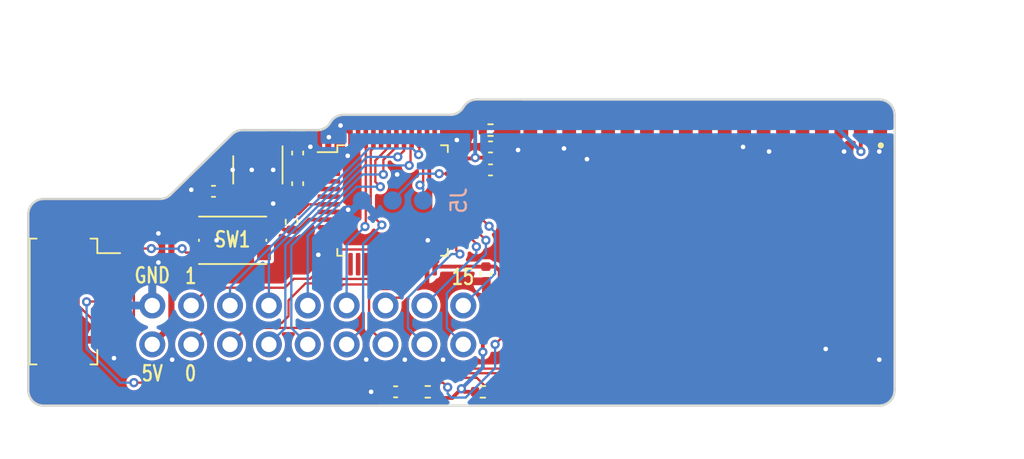
<source format=kicad_pcb>
(kicad_pcb (version 20241229) (generator "pcbnew") (generator_version "9.0")
  (layers (0 "F.Cu" signal) (2 "B.Cu" signal) (13 "F.Paste" user) (15 "B.Paste" user) (5 "F.SilkS" user "F.Silkscreen") (7 "B.SilkS" user "B.Silkscreen") (1 "F.Mask" user) (3 "B.Mask" user) (25 "Edge.Cuts" user))
  (net 0 "")
  (net 1 "Net-(U3-NRST)")
  (net 2 "Net-(U3-BOOT0)")
  (net 28 "GND")
  (net 29 "3V3")
  (net 30 "ESPEN")
  (net 31 "ESPRST")
  (net 32 "ESPRX")
  (net 35 "ESPTX")
  (net 36 "STMTX")
  (net 37 "STMRX")
  (net 38 "SWDIO")
  (net 39 "SWDCLK")
  (net 43 "5V")
  (net 52 "P0")
  (net 53 "P1")
  (net 54 "P2")
  (net 55 "P3")
  (net 56 "P4")
  (net 57 "P5")
  (net 58 "P6")
  (net 59 "P7")
  (net 60 "P8")
  (net 61 "P9")
  (net 62 "P10")
  (net 63 "P11")
  (net 64 "P12")
  (net 65 "P13")
  (net 66 "P14")
  (net 67 "P15")
  (footprint "Capacitor_SMD:C_0402_1005Metric" (layer "F.Cu") (at -37.5 -3)
    (property "Reference" "C2" (hide yes))
    (property "Value" "1uF")
  )
  (footprint "Capacitor_SMD:C_0402_1005Metric" (layer "F.Cu") (at -32 -3.5 -90)
    (property "Reference" "C3" (hide yes))
    (property "Value" "1uF")
  )
  (footprint "Capacitor_SMD:C_0402_1005Metric" (layer "F.Cu") (at -19.7 2.4 -90)
    (property "Reference" "C5" (hide yes))
    (property "Value" "100nF")
  )
  (footprint "Capacitor_SMD:C_0402_1005Metric" (layer "F.Cu") (at -32 -5.5 90)
    (property "Reference" "C8" (hide yes))
    (property "Value" "100nF")
  )
  (footprint "Resistor_SMD:R_0402_1005Metric" (layer "F.Cu") (at -23.5 10.1 180)
    (property "Reference" "R5" (hide yes))
    (property "Value" "10k")
  )
  (footprint "Resistor_SMD:R_0402_1005Metric" (layer "F.Cu") (at -32.4 -1 -90)
    (property "Reference" "R6" (hide yes))
    (property "Value" "10k")
  )
  (footprint "Resistor_SMD:R_0402_1005Metric" (layer "F.Cu") (at -19.9 10.1)
    (property "Reference" "R11" (hide yes))
    (property "Value" "10k")
  )
  (footprint "Package_TO_SOT_SMD:SOT-23-5" (layer "F.Cu") (at -34.6 -4.4 -90)
    (property "Reference" "U2" (hide yes))
    (property "Value" "AP2112K-3.3")
  )
  (footprint "esp32-wrover:XCVR_ESP32-WROVER" (layer "F.Cu") (at -2.2 1 -90)
    (property "Reference" "U1" (hide yes))
    (property "Value" "ESP32-WROVER")
  )
  (footprint "Capacitor_SMD:C_0402_1005Metric" (layer "F.Cu") (at -19.4 -4.4)
    (property "Reference" "C9" (hide yes))
    (property "Value" "1uF")
  )
  (footprint "Capacitor_SMD:C_0402_1005Metric" (layer "F.Cu") (at -19.4 -5.9 180)
    (property "Reference" "C10" (hide yes))
    (property "Value" "1uF")
  )
  (footprint "Capacitor_SMD:C_0402_1005Metric" (layer "F.Cu") (at -25.6 10.1 180)
    (property "Reference" "C7" (hide yes))
    (property "Value" "1uF")
  )
  (footprint "Resistor_SMD:R_0402_1005Metric" (layer "F.Cu") (at -19.4 -7)
    (property "Reference" "R7" (hide yes))
    (property "Value" "10k")
  )
  (footprint "Package_QFP:LQFP-48_7x7mm_P0.5mm" (layer "F.Cu") (at -25.8 -2.4)
    (property "Reference" "U3" (hide yes))
    (property "Value" "STM32F030C8Tx")
  )
  (footprint "Connector_Molex:Molex_PicoBlade_53261-0571_1x05-1MP_P1.25mm_Horizontal" (layer "F.Cu") (at -46.8 4.2 -90)
    (property "Reference" "J2" (hide yes))
    (property "Value" "Conn_01x05_Male")
  )
  (footprint "Connector_PinHeader_2.54mm:PinHeader_2x09_P2.54mm_Vertical" (layer "F.Cu") (at -41.5 7 90)
    (property "Reference" "J1" (hide yes))
    (property "Value" "Conn_02x09_Odd_Even")
  )
  (footprint "Button_Switch_SMD:SW_Push_1P1T_NO_CK_KMR2" (layer "F.Cu") (at -36.25 0.2 180)
    (property "Reference" "SW1")
    (property "Value" "SW_Push")
  )
  (footprint "Connector_PinHeader_2.54mm:PinHeader_1x03_P2.54mm_Vertical" (layer "B.Cu") (at -23.8 -2.4 90)
    (property "Reference" "J5")
    (property "Value" "Conn_01x03_Male")
  )
  (gr_line (start 6 11) (end -48.6 11) (stroke (width 0.15)) (layer "Edge.Cuts"))
  (gr_arc (start 6 -9) (mid 6.707107 -8.707107) (end 7 -8) (stroke (width 0.15)) (layer "Edge.Cuts"))
  (gr_arc (start -21.166025 -8.5) (mid -20.8 -8.866025) (end -20.3 -9) (stroke (width 0.15)) (layer "Edge.Cuts"))
  (gr_line (start 7 -8) (end 7 10) (stroke (width 0.15)) (layer "Edge.Cuts"))
  (gr_arc (start -21.166025 -8.5) (mid -21.53205 -8.133975) (end -22.03205 -8) (stroke (width 0.15)) (layer "Edge.Cuts"))
  (gr_arc (start -29.866025 -7.5) (mid -29.5 -7.866025) (end -29 -8) (stroke (width 0.15)) (layer "Edge.Cuts"))
  (gr_arc (start -29.866025 -7.5) (mid -30.23205 -7.133975) (end -30.73205 -7) (stroke (width 0.15)) (layer "Edge.Cuts"))
  (gr_arc (start -36.307107 -6.707107) (mid -35.982684 -6.92388) (end -35.6 -7) (stroke (width 0.15)) (layer "Edge.Cuts"))
  (gr_arc (start -40.292893 -2.792893) (mid -40.617316 -2.57612) (end -41 -2.5) (stroke (width 0.15)) (layer "Edge.Cuts"))
  (gr_arc (start -49.6 -1.5) (mid -49.307107 -2.207107) (end -48.6 -2.5) (stroke (width 0.15)) (layer "Edge.Cuts"))
  (gr_arc (start -48.6 11) (mid -49.307107 10.707107) (end -49.6 10) (stroke (width 0.15)) (layer "Edge.Cuts"))
  (gr_line (start -49.6 10) (end -49.6 -1.5) (stroke (width 0.15)) (layer "Edge.Cuts"))
  (gr_arc (start 7 10) (mid 6.707107 10.707107) (end 6 11) (stroke (width 0.15)) (layer "Edge.Cuts"))
  (gr_line (start -36.307107 -6.707107) (end -40.292893 -2.792893) (stroke (width 0.15)) (layer "Edge.Cuts"))
  (gr_line (start -30.73205 -7) (end -35.6 -7) (stroke (width 0.15)) (layer "Edge.Cuts"))
  (gr_line (start -22.03205 -8) (end -29 -8) (stroke (width 0.15)) (layer "Edge.Cuts"))
  (gr_line (start -20.3 -9) (end 6 -9) (stroke (width 0.15)) (layer "Edge.Cuts"))
  (gr_line (start -48.6 -2.5) (end -41 -2.5) (stroke (width 0.15)) (layer "Edge.Cuts"))
  (gr_text "5V" (at -41.5 8.9 0) (layer "F.SilkS") (effects (font (size 1 0.75))))
  (gr_text "0" (at -39 8.9 0) (layer "F.SilkS") (effects (font (size 1 0.75))))
  (gr_text "15" (at -21.2 2.6 0) (layer "F.SilkS") (effects (font (size 1 0.75))))
  (gr_text "1" (at -38.98 2.54 0) (layer "F.SilkS") (effects (font (size 1 0.75))))
  (gr_text "GND" (at -41.5 2.5 0) (layer "F.SilkS") (effects (font (size 1 0.75))))
  (segment (start -32.24 -1.51) (end -32.4 -1.51) (width 0.15) (layer "F.Cu") (net 1))
  (segment (start -31.924301 -1.51) (end -32.4 -1.51) (width 0.15) (layer "F.Cu") (net 1))
  (segment (start -29.9625 -2.15) (end -31.284301 -2.15) (width 0.15) (layer "F.Cu") (net 1))
  (segment (start -31.284301 -2.15) (end -31.924301 -1.51) (width 0.15) (layer "F.Cu") (net 1))
  (segment (start -26.55 -6.5625) (end -26.55 -7.35) (width 0.15) (layer "F.Cu") (net 2))
  (segment (start -26.55 -7.35) (end -26.3 -7.6) (width 0.15) (layer "F.Cu") (net 2))
  (segment (start -20.51 -7.6) (end -19.91 -7) (width 0.15) (layer "F.Cu") (net 2))
  (segment (start -26.3 -7.6) (end -20.51 -7.6) (width 0.15) (layer "F.Cu") (net 2))
  (segment (start -44.4 6.8) (end -44.4 7.5) (width 0.25) (layer "F.Cu") (net 28))
  (segment (start -44.4 7.5) (end -44 7.9) (width 0.25) (layer "F.Cu") (net 28))
  (segment (start -36.365 -3.965) (end -35.93 -4.4) (width 0.25) (layer "F.Cu") (net 28))
  (segment (start -28.05 -5.432318) (end -28.182318 -5.3) (width 0.25) (layer "F.Cu") (net 28))
  (segment (start -28.699997 -1.800003) (end -28.85 -1.65) (width 0.25) (layer "F.Cu") (net 28))
  (segment (start -37.02 -3) (end -37.02 -3.31) (width 0.25) (layer "F.Cu") (net 28))
  (segment (start -36.365 -2.674998) (end -36.365 -3.965) (width 0.25) (layer "F.Cu") (net 28))
  (segment (start -23.55 1.5625) (end -23.55 0.25) (width 0.25) (layer "F.Cu") (net 28))
  (segment (start -21.682002 8.2) (end -19.33 8.2) (width 0.2) (layer "F.Cu") (net 28))
  (segment (start -20.82998 -6.35002) (end -21.6 -6.35002) (width 0.25) (layer "F.Cu") (net 28))
  (segment (start -28.05 -6.5625) (end -28.05 -5.432318) (width 0.25) (layer "F.Cu") (net 28))
  (segment (start -21.882002 8) (end -21.682002 8.2) (width 0.2) (layer "F.Cu") (net 28))
  (segment (start -22.71 8.21) (end -22.5 8) (width 0.2) (layer "F.Cu") (net 28))
  (segment (start -19.33 8.2) (end -18.93 7.8) (width 0.2) (layer "F.Cu") (net 28))
  (segment (start -39.452002 8.21) (end -22.71 8.21) (width 0.2) (layer "F.Cu") (net 28))
  (segment (start -28.182318 -5.3) (end -28.700001 -5.3) (width 0.25) (layer "F.Cu") (net 28))
  (segment (start -32.496964 -3.02) (end -33.316964 -2.2) (width 0.25) (layer "F.Cu") (net 28))
  (segment (start -26.1 10.1) (end -27.2 10.1) (width 0.25) (layer "F.Cu") (net 28))
  (segment (start -33.6 -2.2) (end -35.890002 -2.2) (width 0.25) (layer "F.Cu") (net 28))
  (segment (start -20.775002 -4.65) (end -20.48501 -4.360008) (width 0.25) (layer "F.Cu") (net 28))
  (segment (start -17.8 -5.9) (end -17.6 -5.7) (width 0.25) (layer "F.Cu") (net 28))
  (segment (start -19.88 -6.01) (end -18.89 -7) (width 0.25) (layer "F.Cu") (net 28))
  (segment (start -40.2 8) (end -39.662002 8) (width 0.2) (layer "F.Cu") (net 28))
  (segment (start -21.740682 -6.35002) (end -21.6 -6.35002) (width 0.25) (layer "F.Cu") (net 28))
  (segment (start -28.85 -1.65) (end -29.9625 -1.65) (width 0.25) (layer "F.Cu") (net 28))
  (segment (start -28.85 -1.85) (end -28.699997 -2.000003) (width 0.25) (layer "F.Cu") (net 28))
  (segment (start -20.48501 -4.360008) (end -20.48501 -4.037384) (width 0.25) (layer "F.Cu") (net 28))
  (segment (start -32 -3.02) (end -32.496964 -3.02) (width 0.25) (layer "F.Cu") (net 28))
  (segment (start -18.92 -4.09) (end -18.92 -4.4) (width 0.25) (layer "F.Cu") (net 28))
  (segment (start -35.890002 -2.2) (end -36.365 -2.674998) (width 0.25) (layer "F.Cu") (net 28))
  (segment (start 6.06 9.500001) (end 6.06 8.06) (width 0.25) (layer "F.Cu") (net 28))
  (segment (start -19.24501 -3.76499) (end -18.92 -4.09) (width 0.25) (layer "F.Cu") (net 28))
  (segment (start -22.5 8) (end -21.882002 8) (width 0.2) (layer "F.Cu") (net 28))
  (segment (start 6.06 8.06) (end 6 8) (width 0.25) (layer "F.Cu") (net 28))
  (segment (start -35.93 -4.4) (end -35 -4.4) (width 0.25) (layer "F.Cu") (net 28))
  (segment (start -20.48501 -4.037384) (end -20.212616 -3.76499) (width 0.25) (layer "F.Cu") (net 28))
  (segment (start -39.662002 8) (end -39.452002 8.21) (width 0.2) (layer "F.Cu") (net 28))
  (segment (start -20.212616 -3.76499) (end -19.24501 -3.76499) (width 0.25) (layer "F.Cu") (net 28))
  (segment (start -37.02 -3.31) (end -36.365 -3.965) (width 0.25) (layer "F.Cu") (net 28))
  (segment (start -21.6375 -4.65) (end -20.775002 -4.65) (width 0.25) (layer "F.Cu") (net 28))
  (segment (start -19.88 -5.9) (end -19.88 -6.01) (width 0.25) (layer "F.Cu") (net 28))
  (segment (start -33.316964 -2.2) (end -33.6 -2.2) (width 0.25) (layer "F.Cu") (net 28))
  (segment (start -23.55 0.25) (end -23.5 0.2) (width 0.25) (layer "F.Cu") (net 28))
  (via (at 2.5 7.3) (size 0.6) (drill 0.3) (layers "F.Cu" "B.Cu") (net 28))
  (via (at 3.7 -5.6) (size 0.6) (drill 0.3) (layers "F.Cu" "B.Cu") (net 28))
  (via (at 6 -5.6) (size 0.6) (drill 0.3) (layers "F.Cu" "B.Cu") (net 28))
  (via (at -1.2 -5.6) (size 0.6) (drill 0.3) (layers "F.Cu" "B.Cu") (net 28))
  (via (at -2.9 -5.9) (size 0.6) (drill 0.3) (layers "F.Cu" "B.Cu") (net 28))
  (via (at -14.6 -5.8) (size 0.6) (drill 0.3) (layers "F.Cu" "B.Cu") (net 28))
  (via (at -13.1 -5.1) (size 0.6) (drill 0.3) (layers "F.Cu" "B.Cu") (net 28))
  (via (at -22.5 8) (size 0.6) (drill 0.3) (layers "F.Cu" "B.Cu") (net 28))
  (via (at -35 -4.4) (size 0.6) (drill 0.3) (layers "F.Cu" "B.Cu") (net 28))
  (via (at -33.6 -2.2) (size 0.6) (drill 0.3) (layers "F.Cu" "B.Cu") (net 28))
  (via (at -23.5 0.2) (size 0.6) (drill 0.3) (layers "F.Cu" "B.Cu") (net 28))
  (via (at -31.17 -5.91) (size 0.6) (drill 0.3) (layers "F.Cu" "B.Cu") (net 28))
  (via (at -44 7.9) (size 0.6) (drill 0.3) (layers "F.Cu" "B.Cu") (net 28))
  (via (at -25.5 -4.1) (size 0.6) (drill 0.3) (layers "F.Cu" "B.Cu") (net 28))
  (via (at -40.2 8) (size 0.6) (drill 0.3) (layers "F.Cu" "B.Cu") (net 28))
  (via (at -27.52 7.99) (size 0.6) (drill 0.3) (layers "F.Cu" "B.Cu") (net 28))
  (via (at -35.14 7.99) (size 0.6) (drill 0.3) (layers "F.Cu" "B.Cu") (net 28))
  (via (at -32.6 7.99) (size 0.6) (drill 0.3) (layers "F.Cu" "B.Cu") (net 28))
  (via (at -37.3 0.2) (size 0.6) (drill 0.3) (layers "F.Cu" "B.Cu") (net 28))
  (via (at -41.1 1.65) (size 0.6) (drill 0.3) (layers "F.Cu" "B.Cu") (net 28))
  (via (at -41.1 -0.25) (size 0.6) (drill 0.3) (layers "F.Cu" "B.Cu") (net 28))
  (via (at -30.65 1.15) (size 0.6) (drill 0.3) (layers "F.Cu" "B.Cu") (net 28))
  (via (at -38.95 -3.1) (size 0.6) (drill 0.3) (layers "F.Cu" "B.Cu") (net 28))
  (via (at -33.6 -4.4) (size 0.6) (drill 0.3) (layers "F.Cu" "B.Cu") (net 28))
  (via (at -36.25 -4.4) (size 0.6) (drill 0.3) (layers "F.Cu" "B.Cu") (net 28))
  (via (at -17.6 -5.7) (size 0.6) (drill 0.3) (layers "F.Cu" "B.Cu") (net 28))
  (via (at 6 8) (size 0.6) (drill 0.3) (layers "F.Cu" "B.Cu") (net 28))
  (via (at -27.2 10.1) (size 0.6) (drill 0.3) (layers "F.Cu" "B.Cu") (net 28))
  (via (at -21.6 -6.35002) (size 0.6) (drill 0.3) (layers "F.Cu" "B.Cu") (net 28))
  (via (at -28.73 -5.32) (size 0.6) (drill 0.3) (layers "F.Cu" "B.Cu") (net 28))
  (via (at -25 8) (size 0.6) (drill 0.3) (layers "F.Cu" "B.Cu") (net 28))
  (via (at -28.699997 -1.800003) (size 0.6) (drill 0.3) (layers "F.Cu" "B.Cu") (net 28))
  (segment (start -28.399997 -1.800003) (end -28.699997 -1.800003) (width 0.25) (layer "B.Cu") (net 28))
  (segment (start -27.2 10.1) (end -25.1 8) (width 0.25) (layer "B.Cu") (net 28))
  (segment (start -27.8 -2.4) (end -28.399997 -1.800003) (width 0.25) (layer "B.Cu") (net 28))
  (segment (start -25.1 8) (end -25 8) (width 0.25) (layer "B.Cu") (net 28))
  (segment (start -22.8925 1.92) (end -23.0125 1.8) (width 0.25) (layer "F.Cu") (net 29))
  (segment (start 4.79 -5.61) (end 4.8 -5.6) (width 0.25) (layer "F.Cu") (net 29))
  (segment (start -23.4 -4.525002) (end -23.4 -3.699994) (width 0.25) (layer "F.Cu") (net 29))
  (segment (start -19.7 1.92) (end -19.08 1.92) (width 0.25) (layer "F.Cu") (net 29))
  (segment (start -32.4 -0.49) (end -31.91 -0.49) (width 0.25) (layer "F.Cu") (net 29))
  (segment (start -20.41 10.1) (end -21.100002 10.1) (width 0.25) (layer "F.Cu") (net 29))
  (segment (start -31.1 -3.9) (end -31.1 -5) (width 0.25) (layer "F.Cu") (net 29))
  (segment (start -20.4 -5.2) (end -19.5 -5.2) (width 0.25) (layer "F.Cu") (net 29))
  (segment (start -31.91 -0.49) (end -31.25 -1.15) (width 0.25) (layer "F.Cu") (net 29))
  (segment (start -29.9625 -6.373502) (end -29.9625 -6.5375) (width 0.4) (layer "F.Cu") (net 29))
  (segment (start -29.9625 -5.15) (end -30.95 -5.15) (width 0.3) (layer "F.Cu") (net 29))
  (segment (start -30.000001 -6.336001) (end -29.9625 -6.373502) (width 0.4) (layer "F.Cu") (net 29))
  (segment (start -19.7 1.92) (end -22.8925 1.92) (width 0.25) (layer "F.Cu") (net 29))
  (segment (start -20.45 -5.15) (end -21.6375 -5.15) (width 0.25) (layer "F.Cu") (net 29))
  (segment (start -31.89499 -2.10501) (end -31.1 -2.9) (width 0.25) (layer "F.Cu") (net 29))
  (segment (start -31.25 -1.15) (end -29.9625 -1.15) (width 0.25) (layer "F.Cu") (net 29))
  (segment (start -30 -5.3) (end -30 -5.626498) (width 0.4) (layer "F.Cu") (net 29))
  (segment (start -31.1 -2.9) (end -31.1 -3.9) (width 0.25) (layer "F.Cu") (net 29))
  (segment (start -32.775544 -2.10501) (end -31.89499 -2.10501) (width 0.25) (layer "F.Cu") (net 29))
  (segment (start -32 -5.02) (end -31.81999 -5.20001) (width 0.4) (layer "F.Cu") (net 29))
  (segment (start -33 -3.3) (end -32.32 -3.98) (width 0.3) (layer "F.Cu") (net 29))
  (segment (start -31.18 -3.98) (end -31.1 -3.9) (width 0.25) (layer "F.Cu") (net 29))
  (segment (start -30.95 -5.15) (end -31.1 -5) (width 0.3) (layer "F.Cu") (net 29))
  (segment (start -30.000001 -5.663999) (end -30.000001 -6.336001) (width 0.4) (layer "F.Cu") (net 29))
  (segment (start 4.79 -7.5) (end 4.79 -5.61) (width 0.25) (layer "F.Cu") (net 29))
  (segment (start -33.2 -0.8) (end -33.2 -1.680554) (width 0.25) (layer "F.Cu") (net 29))
  (segment (start -22.874999 1.587499) (end -22.9 1.6125) (width 0.25) (layer "F.Cu") (net 29))
  (segment (start -19.5 -5.2) (end -19.293813 -4.993813) (width 0.25) (layer "F.Cu") (net 29))
  (segment (start -32.4 -0.49) (end -32.89 -0.49) (width 0.25) (layer "F.Cu") (net 29))
  (segment (start -31.81999 -5.20001) (end -30.426488 -5.20001) (width 0.4) (layer "F.Cu") (net 29))
  (segment (start -32.2 -3.88) (end -32.1 -3.88) (width 0.25) (layer "F.Cu") (net 29))
  (segment (start -30.426488 -5.20001) (end -30 -5.626498) (width 0.4) (layer "F.Cu") (net 29))
  (segment (start -33.65 -3.3) (end -33 -3.3) (width 0.3) (layer "F.Cu") (net 29))
  (segment (start -33.2 -3.3) (end -32.52 -3.98) (width 0.4) (layer "F.Cu") (net 29))
  (segment (start -22.9 1.6125) (end -23.05 1.7625) (width 0.25) (layer "F.Cu") (net 29))
  (segment (start -20.45 -5.15) (end -20.4 -5.2) (width 0.25) (layer "F.Cu") (net 29))
  (segment (start -19.293813 -4.993813) (end -19.88 -4.407626) (width 0.25) (layer "F.Cu") (net 29))
  (segment (start -32 -3.98) (end -32.32 -3.98) (width 0.25) (layer "F.Cu") (net 29))
  (segment (start -29.2 -7.3) (end -29.0875 -7.3) (width 0.25) (layer "F.Cu") (net 29))
  (segment (start -19.9 4.7) (end -19.9 7.5) (width 0.25) (layer "F.Cu") (net 29))
  (segment (start -23.4 -3.699994) (end -22.874999 -3.174993) (width 0.25) (layer "F.Cu") (net 29))
  (segment (start -19.88 -4.407626) (end -19.88 -4.4) (width 0.25) (layer "F.Cu") (net 29))
  (segment (start -29.9625 -6.5375) (end -29.2 -7.3) (width 0.4) (layer "F.Cu") (net 29))
  (segment (start -22.99 10.1) (end -22.59 10.5) (width 0.25) (layer "F.Cu") (net 29))
  (segment (start -21.6375 -5.15) (end -22.775002 -5.15) (width 0.25) (layer "F.Cu") (net 29))
  (segment (start -32.89 -0.49) (end -33.2 -0.8) (width 0.25) (layer "F.Cu") (net 29))
  (segment (start -19.08 1.92) (end -18.8 2.2) (width 0.25) (layer "F.Cu") (net 29))
  (segment (start -29.0875 -7.3) (end -28.55 -6.7625) (width 0.25) (layer "F.Cu") (net 29))
  (segment (start -22.59 10.5) (end -21.899998 10.5) (width 0.25) (layer "F.Cu") (net 29))
  (segment (start -18.92 -5.367626) (end -19.293813 -4.993813) (width 0.25) (layer "F.Cu") (net 29))
  (segment (start -33.2 -1.680554) (end -32.775544 -2.10501) (width 0.25) (layer "F.Cu") (net 29))
  (segment (start -18.92 -5.9) (end -18.92 -5.367626) (width 0.25) (layer "F.Cu") (net 29))
  (segment (start -32 -5.02) (end -31.12 -5.02) (width 0.25) (layer "F.Cu") (net 29))
  (segment (start -31.12 -5.02) (end -31.1 -5) (width 0.25) (layer "F.Cu") (net 29))
  (segment (start -32.1 -3.88) (end -32 -3.98) (width 0.25) (layer "F.Cu") (net 29))
  (segment (start -32.399976 -0.49) (end -32.4 -0.49) (width 0.25) (layer "F.Cu") (net 29))
  (segment (start -21.899998 10.5) (end -21.3 9.900002) (width 0.25) (layer "F.Cu") (net 29))
  (segment (start -22.775002 -5.15) (end -23.4 -4.525002) (width 0.25) (layer "F.Cu") (net 29))
  (segment (start -32 -3.98) (end -31.18 -3.98) (width 0.25) (layer "F.Cu") (net 29))
  (segment (start -18.8 2.2) (end -18.8 3.6) (width 0.25) (layer "F.Cu") (net 29))
  (segment (start -32.52 -3.98) (end -32 -3.98) (width 0.4) (layer "F.Cu") (net 29))
  (segment (start -21.100002 10.1) (end -21.3 9.900002) (width 0.25) (layer "F.Cu") (net 29))
  (segment (start -22.874999 -3.174993) (end -22.874999 1.587499) (width 0.25) (layer "F.Cu") (net 29))
  (segment (start -18.8 3.6) (end -19.9 4.7) (width 0.25) (layer "F.Cu") (net 29))
  (segment (start -33.65 -3.3) (end -33.2 -3.3) (width 0.4) (layer "F.Cu") (net 29))
  (via (at -29.2 -7.3) (size 0.6) (drill 0.3) (layers "F.Cu" "B.Cu") (net 29))
  (via (at -29.9625 -6.5375) (size 0.6) (drill 0.3) (layers "F.Cu" "B.Cu") (net 29))
  (via (at -19.9 7.5) (size 0.6) (drill 0.3) (layers "F.Cu" "B.Cu") (net 29))
  (via (at 4.8 -5.6) (size 0.6) (drill 0.3) (layers "F.Cu" "B.Cu") (net 29))
  (via (at -21.3 9.900002) (size 0.6) (drill 0.3) (layers "F.Cu" "B.Cu") (net 29))
  (via (at -20.4 -5.2) (size 0.6) (drill 0.3) (layers "F.Cu" "B.Cu") (net 29))
  (segment (start -20.35 -7.15) (end -28.95 -7.15) (width 0.25) (layer "B.Cu") (net 29))
  (segment (start -19.9 8.500002) (end -19.9 7.5) (width 0.25) (layer "B.Cu") (net 29))
  (segment (start 4.8 -5.6) (end 3.25 -7.15) (width 0.25) (layer "B.Cu") (net 29))
  (segment (start -29.2 -7.3) (end -29.1 -7.3) (width 0.25) (layer "B.Cu") (net 29))
  (segment (start -20.4 -7.1) (end -20.35 -7.15) (width 0.25) (layer "B.Cu") (net 29))
  (segment (start -21.3 9.900002) (end -19.9 8.500002) (width 0.25) (layer "B.Cu") (net 29))
  (segment (start -20.4 -5.2) (end -20.4 -7.1) (width 0.25) (layer "B.Cu") (net 29))
  (segment (start -29.1 -7.3) (end -28.95 -7.15) (width 0.25) (layer "B.Cu") (net 29))
  (segment (start 3.25 -7.15) (end -20.35 -7.15) (width 0.25) (layer "B.Cu") (net 29))
  (segment (start -22.499999 9.499997) (end -22.2 9.799996) (width 0.15) (layer "F.Cu") (net 30))
  (segment (start -42.6 9.5) (end -42.7 9.5) (width 0.15) (layer "F.Cu") (net 30))
  (segment (start -23.409997 9.499997) (end -22.499999 9.499997) (width 0.15) (layer "F.Cu") (net 30))
  (segment (start -45.77 4.2) (end -45.79 4.22) (width 0.15) (layer "F.Cu") (net 30))
  (segment (start -19.1 7) (end -8.43 -3.67) (width 0.15) (layer "F.Cu") (net 30))
  (segment (start -25.8 9.5) (end -42.6 9.5) (width 0.15) (layer "F.Cu") (net 30))
  (segment (start -24.01 10.1) (end -23.409997 9.499997) (width 0.15) (layer "F.Cu") (net 30))
  (segment (start -44.4 4.2) (end -45.77 4.2) (width 0.15) (layer "F.Cu") (net 30))
  (segment (start -25.183086 10.1) (end -25.783086 9.5) (width 0.15) (layer "F.Cu") (net 30))
  (segment (start -25.12 10.1) (end -25.183086 10.1) (width 0.15) (layer "F.Cu") (net 30))
  (segment (start -25.12 10.1) (end -24.01 10.1) (width 0.15) (layer "F.Cu") (net 30))
  (segment (start 3.52 -6.35) (end 3.52 -7.5) (width 0.15) (layer "F.Cu") (net 30))
  (segment (start -8.43 -3.67) (end 0.84 -3.67) (width 0.15) (layer "F.Cu") (net 30))
  (segment (start -25.783086 9.5) (end -25.8 9.5) (width 0.15) (layer "F.Cu") (net 30))
  (segment (start 0.84 -3.67) (end 3.52 -6.35) (width 0.15) (layer "F.Cu") (net 30))
  (via (at -22.2 9.799996) (size 0.6) (drill 0.3) (layers "F.Cu" "B.Cu") (net 30))
  (via (at -45.79 4.22) (size 0.6) (drill 0.3) (layers "F.Cu" "B.Cu") (net 30))
  (via (at -42.7 9.5) (size 0.6) (drill 0.3) (layers "F.Cu" "B.Cu") (net 30))
  (via (at -19.1 7) (size 0.6) (drill 0.3) (layers "F.Cu" "B.Cu") (net 30))
  (segment (start -19.1 7) (end -19.1 8.551004) (width 0.15) (layer "B.Cu") (net 30))
  (segment (start -21.949257 10.475003) (end -22.2 10.22426) (width 0.15) (layer "B.Cu") (net 30))
  (segment (start -21.023999 10.475003) (end -21.949257 10.475003) (width 0.15) (layer "B.Cu") (net 30))
  (segment (start -45.79 7.3) (end -45.68 7.41) (width 0.15) (layer "B.Cu") (net 30))
  (segment (start -45.79 4.22) (end -45.79 7.3) (width 0.15) (layer "B.Cu") (net 30))
  (segment (start -42.7 9.5) (end -43.59 9.5) (width 0.15) (layer "B.Cu") (net 30))
  (segment (start -43.59 9.5) (end -45.68 7.41) (width 0.15) (layer "B.Cu") (net 30))
  (segment (start -22.2 10.22426) (end -22.2 9.799996) (width 0.15) (layer "B.Cu") (net 30))
  (segment (start -19.1 8.551004) (end -21.023999 10.475003) (width 0.15) (layer "B.Cu") (net 30))
  (segment (start -44.4 5.45) (end -43.6 5.45) (width 0.15) (layer "F.Cu") (net 31))
  (segment (start -43.300022 5.749978) (end -43.300022 7.999978) (width 0.15) (layer "F.Cu") (net 31))
  (segment (start -19.39 10.1) (end -19.39 10.048558) (width 0.15) (layer "F.Cu") (net 31))
  (segment (start -18.600721 9.259279) (end -17.541465 8.200022) (width 0.15) (layer "F.Cu") (net 31))
  (segment (start -42.114967 9.185033) (end -20.294967 9.185033) (width 0.15) (layer "F.Cu") (net 31))
  (segment (start -46.315001 2.213945) (end -44.841056 0.74) (width 0.15) (layer "F.Cu") (net 31))
  (segment (start -44.4 5.45) (end -45.337002 5.45) (width 0.15) (layer "F.Cu") (net 31))
  (segment (start -19.39 10.09) (end -19.39 10.1) (width 0.15) (layer "F.Cu") (net 31))
  (segment (start -10.599979 8.200022) (end -10.45 8.350001) (width 0.15) (layer "F.Cu") (net 31))
  (segment (start -39.299999 1) (end -39.549999 0.75) (width 0.15) (layer "F.Cu") (net 31))
  (segment (start -38.3 1) (end -39.299999 1) (width 0.15) (layer "F.Cu") (net 31))
  (segment (start -45.337002 5.45) (end -46.315001 4.472001) (width 0.15) (layer "F.Cu") (net 31))
  (segment (start -10.45 8.350001) (end -10.45 9.500001) (width 0.15) (layer "F.Cu") (net 31))
  (segment (start -19.39 10.048558) (end -18.600721 9.259279) (width 0.15) (layer "F.Cu") (net 31))
  (segment (start -44.841056 0.74) (end -41.560002 0.74) (width 0.15) (layer "F.Cu") (net 31))
  (segment (start -43.300022 7.999978) (end -42.114967 9.185033) (width 0.15) (layer "F.Cu") (net 31))
  (segment (start -46.315001 4.472001) (end -46.315001 2.213945) (width 0.15) (layer "F.Cu") (net 31))
  (segment (start -17.541465 8.200022) (end -10.599979 8.200022) (width 0.15) (layer "F.Cu") (net 31))
  (segment (start -43.6 5.45) (end -43.300022 5.749978) (width 0.15) (layer "F.Cu") (net 31))
  (segment (start -20.294967 9.185033) (end -19.39 10.09) (width 0.15) (layer "F.Cu") (net 31))
  (via (at -41.560002 0.74) (size 0.6) (drill 0.3) (layers "F.Cu" "B.Cu") (net 31))
  (via (at -39.549999 0.75) (size 0.6) (drill 0.3) (layers "F.Cu" "B.Cu") (net 31))
  (segment (start -39.549999 0.75) (end -41.550002 0.75) (width 0.15) (layer "B.Cu") (net 31))
  (segment (start -41.550002 0.75) (end -41.560002 0.74) (width 0.15) (layer "B.Cu") (net 31))
  (segment (start -41.839257 8.885022) (end -18.650743 8.885022) (width 0.15) (layer "F.Cu") (net 32))
  (segment (start -17.665733 7.900011) (end 0.530011 7.900011) (width 0.15) (layer "F.Cu") (net 32))
  (segment (start -43.45 2.95) (end -43.000011 3.399989) (width 0.15) (layer "F.Cu") (net 32))
  (segment (start -44.4 2.95) (end -43.45 2.95) (width 0.15) (layer "F.Cu") (net 32))
  (segment (start 0.98 8.35) (end 0.98 9.5) (width 0.15) (layer "F.Cu") (net 32))
  (segment (start 0.530011 7.900011) (end 0.98 8.35) (width 0.15) (layer "F.Cu") (net 32))
  (segment (start -18.650743 8.885022) (end -17.665733 7.900011) (width 0.15) (layer "F.Cu") (net 32))
  (segment (start -43.000011 3.399989) (end -43.000011 7.724268) (width 0.15) (layer "F.Cu") (net 32))
  (segment (start -43.000011 7.724268) (end -41.839257 8.885022) (width 0.15) (layer "F.Cu") (net 32))
  (segment (start -44.4 1.7) (end -43.4 1.7) (width 0.15) (layer "F.Cu") (net 35))
  (segment (start -43.4 1.7) (end -42.7 2.4) (width 0.15) (layer "F.Cu") (net 35))
  (segment (start -41.714989 8.585011) (end -18.775011 8.585011) (width 0.15) (layer "F.Cu") (net 35))
  (segment (start -42.7 2.4) (end -42.7 7.6) (width 0.15) (layer "F.Cu") (net 35))
  (segment (start 1.5 7.6) (end 2.25 8.35) (width 0.15) (layer "F.Cu") (net 35))
  (segment (start -42.7 7.6) (end -41.714989 8.585011) (width 0.15) (layer "F.Cu") (net 35))
  (segment (start 2.25 8.35) (end 2.25 9.5) (width 0.15) (layer "F.Cu") (net 35))
  (segment (start -17.79 7.6) (end 1.5 7.6) (width 0.15) (layer "F.Cu") (net 35))
  (segment (start -18.775011 8.585011) (end -17.79 7.6) (width 0.15) (layer "F.Cu") (net 35))
  (segment (start -1.56 -6.24) (end -1.56 -7.5) (width 0.15) (layer "F.Cu") (net 36))
  (segment (start -21.6375 -2.15) (end -15.05 -2.15) (width 0.15) (layer "F.Cu") (net 36))
  (segment (start -11.9 -5.3) (end -2.5 -5.3) (width 0.15) (layer "F.Cu") (net 36))
  (segment (start -15.05 -2.15) (end -11.9 -5.3) (width 0.15) (layer "F.Cu") (net 36))
  (segment (start -2.5 -5.3) (end -1.56 -6.24) (width 0.15) (layer "F.Cu") (net 36))
  (segment (start -21.6375 -2.65) (end -16.69 -2.65) (width 0.15) (layer "F.Cu") (net 37))
  (segment (start -12.99 -6.35) (end -12.99 -7.5) (width 0.15) (layer "F.Cu") (net 37))
  (segment (start -16.69 -2.65) (end -12.99 -6.35) (width 0.15) (layer "F.Cu") (net 37))
  (segment (start -22.754533 -4.15) (end -22.754541 -4.150008) (width 0.15) (layer "F.Cu") (net 38))
  (segment (start -21.6375 -4.15) (end -22.754533 -4.15) (width 0.15) (layer "F.Cu") (net 38))
  (via (at -22.754541 -4.150008) (size 0.6) (drill 0.3) (layers "F.Cu" "B.Cu") (net 38))
  (segment (start -24.049992 -4.150008) (end -22.754541 -4.150008) (width 0.15) (layer "B.Cu") (net 38))
  (segment (start -25.8 -2.4) (end -24.049992 -4.150008) (width 0.15) (layer "B.Cu") (net 38))
  (segment (start -23.05 -5.4407) (end -23.05 -5.75) (width 0.15) (layer "F.Cu") (net 39))
  (segment (start -23.80001 -4.69069) (end -23.05 -5.4407) (width 0.15) (layer "F.Cu") (net 39))
  (segment (start -24.013055 -3.409561) (end -23.990439 -3.409561) (width 0.15) (layer "F.Cu") (net 39))
  (segment (start -23.80001 -3.59999) (end -23.80001 -4.69069) (width 0.15) (layer "F.Cu") (net 39))
  (segment (start -23.05 -5.75) (end -23.05 -6.5625) (width 0.15) (layer "F.Cu") (net 39))
  (segment (start -23.990439 -3.409561) (end -23.80001 -3.59999) (width 0.15) (layer "F.Cu") (net 39))
  (via (at -24.013055 -3.409561) (size 0.6) (drill 0.3) (layers "F.Cu" "B.Cu") (net 39))
  (segment (start -23.8 -3.196506) (end -24.013055 -3.409561) (width 0.15) (layer "B.Cu") (net 39))
  (segment (start -23.8 -2.4) (end -23.8 -3.196506) (width 0.15) (layer "B.Cu") (net 39))
  (segment (start -40.249999 5.749999) (end -40.249999 -0.200001) (width 0.4) (layer "F.Cu") (net 43))
  (segment (start -35.55 -5.990002) (end -35.55 -5.5) (width 0.25) (layer "F.Cu") (net 43))
  (segment (start -40.249999 -0.200001) (end -37.98 -2.47) (width 0.4) (layer "F.Cu") (net 43))
  (segment (start -34.014999 -6.355001) (end -35.185001 -6.355001) (width 0.25) (layer "F.Cu") (net 43))
  (segment (start -37.98 -2.47) (end -37.98 -3) (width 0.4) (layer "F.Cu") (net 43))
  (segment (start -33.65 -5.5) (end -33.65 -5.990002) (width 0.25) (layer "F.Cu") (net 43))
  (segment (start -37.98 -4.32) (end -36.8 -5.5) (width 0.4) (layer "F.Cu") (net 43))
  (segment (start -35.185001 -6.355001) (end -35.55 -5.990002) (width 0.25) (layer "F.Cu") (net 43))
  (segment (start -41.5 7) (end -40.249999 5.749999) (width 0.4) (layer "F.Cu") (net 43))
  (segment (start -33.65 -5.990002) (end -34.014999 -6.355001) (width 0.25) (layer "F.Cu") (net 43))
  (segment (start -36.8 -5.5) (end -35.55 -5.5) (width 0.4) (layer "F.Cu") (net 43))
  (segment (start -37.98 -3) (end -37.98 -4.32) (width 0.4) (layer "F.Cu") (net 43))
  (segment (start -29.369789 3.014509) (end -29.08029 2.72501) (width 0.15) (layer "F.Cu") (net 52))
  (segment (start -38.96 7) (end -37.56 5.6) (width 0.15) (layer "F.Cu") (net 52))
  (segment (start -37.56 5.6) (end -33.039 5.6) (width 0.15) (layer "F.Cu") (net 52))
  (segment (start -33.039 5.6) (end -32.6 5.161) (width 0.15) (layer "F.Cu") (net 52))
  (segment (start -31.485511 3.014509) (end -29.369789 3.014509) (width 0.15) (layer "F.Cu") (net 52))
  (segment (start -32.6 5.161) (end -32.6 4.128998) (width 0.15) (layer "F.Cu") (net 52))
  (segment (start -26.35073 2.72501) (end -26.05 2.42428) (width 0.15) (layer "F.Cu") (net 52))
  (segment (start -26.05 2.42428) (end -26.05 1.7625) (width 0.15) (layer "F.Cu") (net 52))
  (segment (start -32.6 4.128998) (end -31.485511 3.014509) (width 0.15) (layer "F.Cu") (net 52))
  (segment (start -29.08029 2.72501) (end -26.35073 2.72501) (width 0.15) (layer "F.Cu") (net 52))
  (segment (start -32.830002 3.3) (end -32.244501 2.714499) (width 0.15) (layer "F.Cu") (net 53))
  (segment (start -25.55 1.10072) (end -25.55 1.7625) (width 0.15) (layer "F.Cu") (net 53))
  (segment (start -29.270992 0.79999) (end -25.85073 0.79999) (width 0.15) (layer "F.Cu") (net 53))
  (segment (start -31.185501 2.714499) (end -29.270992 0.79999) (width 0.15) (layer "F.Cu") (net 53))
  (segment (start -32.244501 2.714499) (end -31.185501 2.714499) (width 0.15) (layer "F.Cu") (net 53))
  (segment (start -37.8 3.3) (end -32.830002 3.3) (width 0.15) (layer "F.Cu") (net 53))
  (segment (start -38.96 4.46) (end -37.8 3.3) (width 0.15) (layer "F.Cu") (net 53))
  (segment (start -25.85073 0.79999) (end -25.55 1.10072) (width 0.15) (layer "F.Cu") (net 53))
  (segment (start -30.1 4.811002) (end -31.213997 5.924999) (width 0.15) (layer "F.Cu") (net 54))
  (segment (start -35.344999 5.924999) (end -36.42 7) (width 0.15) (layer "F.Cu") (net 54))
  (segment (start -29.015991 3.084989) (end -30.1 4.168998) (width 0.15) (layer "F.Cu") (net 54))
  (segment (start -31.213997 5.924999) (end -35.344999 5.924999) (width 0.15) (layer "F.Cu") (net 54))
  (segment (start -25.05 2.5) (end -25.634989 3.084989) (width 0.15) (layer "F.Cu") (net 54))
  (segment (start -25.05 1.7625) (end -25.05 2.5) (width 0.15) (layer "F.Cu") (net 54))
  (segment (start -30.1 4.168998) (end -30.1 4.811002) (width 0.15) (layer "F.Cu") (net 54))
  (segment (start -25.634989 3.084989) (end -29.015991 3.084989) (width 0.15) (layer "F.Cu") (net 54))
  (segment (start -24.05 -6.5625) (end -24.05 -5.449999) (width 0.15) (layer "F.Cu") (net 55))
  (segment (start -24.05 -5.449999) (end -24.099999 -5.4) (width 0.15) (layer "F.Cu") (net 55))
  (via (at -24.099999 -5.4) (size 0.6) (drill 0.3) (layers "F.Cu" "B.Cu") (net 55))
  (segment (start -24.099999 -5.4) (end -24.499999 -5.8) (width 0.15) (layer "B.Cu") (net 55))
  (segment (start -27.34 -5.8) (end -36.42 3.28) (width 0.15) (layer "B.Cu") (net 55))
  (segment (start -24.499999 -5.8) (end -27.34 -5.8) (width 0.15) (layer "B.Cu") (net 55))
  (segment (start -36.42 3.28) (end -36.42 4.46) (width 0.15) (layer "B.Cu") (net 55))
  (segment (start -24.55 -6.5625) (end -24.624999 -6.487501) (width 0.15) (layer "F.Cu") (net 56))
  (segment (start -24.624999 -4.779014) (end -24.713434 -4.690579) (width 0.15) (layer "F.Cu") (net 56))
  (segment (start -24.624999 -6.487501) (end -24.624999 -4.779014) (width 0.15) (layer "F.Cu") (net 56))
  (via (at -24.713434 -4.690579) (size 0.6) (drill 0.3) (layers "F.Cu" "B.Cu") (net 56))
  (segment (start -32.804999 0.513555) (end -32.804999 5.924999) (width 0.15) (layer "B.Cu") (net 56))
  (segment (start -24.713434 -4.690579) (end -27.600865 -4.690579) (width 0.15) (layer "B.Cu") (net 56))
  (segment (start -27.600865 -4.690579) (end -32.804999 0.513555) (width 0.15) (layer "B.Cu") (net 56))
  (segment (start -32.804999 5.924999) (end -33.88 7) (width 0.15) (layer "B.Cu") (net 56))
  (segment (start -25.05 -5.658243) (end -25.459499 -5.248744) (width 0.15) (layer "F.Cu") (net 57))
  (segment (start -25.05 -6.5625) (end -25.05 -5.658243) (width 0.15) (layer "F.Cu") (net 57))
  (via (at -25.459499 -5.248744) (size 0.6) (drill 0.3) (layers "F.Cu" "B.Cu") (net 57))
  (segment (start -27.466978 -5.248744) (end -25.459499 -5.248744) (width 0.15) (layer "B.Cu") (net 57))
  (segment (start -33.88 4.46) (end -33.88 1.164278) (width 0.15) (layer "B.Cu") (net 57))
  (segment (start -33.88 1.164278) (end -27.466978 -5.248744) (width 0.15) (layer "B.Cu") (net 57))
  (segment (start -25.55 -5.90072) (end -26.4 -5.05072) (width 0.15) (layer "F.Cu") (net 58))
  (segment (start -25.55 -6.5625) (end -25.55 -5.90072) (width 0.15) (layer "F.Cu") (net 58))
  (segment (start -26.4 -5.05072) (end -26.4 -4.1) (width 0.15) (layer "F.Cu") (net 58))
  (via (at -26.4 -4.1) (size 0.6) (drill 0.3) (layers "F.Cu" "B.Cu") (net 58))
  (segment (start -31.34 7) (end -32.415001 5.924999) (width 0.15) (layer "B.Cu") (net 58))
  (segment (start -32.415001 5.924999) (end -32.415001 0.547835) (width 0.15) (layer "B.Cu") (net 58))
  (segment (start -32.415001 0.547835) (end -27.767166 -4.1) (width 0.15) (layer "B.Cu") (net 58))
  (segment (start -27.767166 -4.1) (end -26.4 -4.1) (width 0.15) (layer "B.Cu") (net 58))
  (segment (start -26.05 -6.5625) (end -26.05 -5.8875) (width 0.15) (layer "F.Cu") (net 59))
  (segment (start -26.925002 -5.012498) (end -26.925002 -3.625002) (width 0.15) (layer "F.Cu") (net 59))
  (segment (start -26.925002 -3.625002) (end -26.6 -3.3) (width 0.15) (layer "F.Cu") (net 59))
  (segment (start -26.05 -5.8875) (end -26.925002 -5.012498) (width 0.15) (layer "F.Cu") (net 59))
  (via (at -26.6 -3.3) (size 0.6) (drill 0.3) (layers "F.Cu" "B.Cu") (net 59))
  (segment (start -28.142888 -3.3) (end -26.6 -3.3) (width 0.15) (layer "B.Cu") (net 59))
  (segment (start -31.34 -0.102888) (end -28.142888 -3.3) (width 0.15) (layer "B.Cu") (net 59))
  (segment (start -31.34 4.46) (end -31.34 -0.102888) (width 0.15) (layer "B.Cu") (net 59))
  (segment (start -26.5 -0.8) (end -27.225013 -1.525013) (width 0.15) (layer "F.Cu") (net 60))
  (segment (start -27.225013 -5.649987) (end -27.05 -5.825) (width 0.15) (layer "F.Cu") (net 60))
  (segment (start -27.225013 -1.525013) (end -27.225013 -5.649987) (width 0.15) (layer "F.Cu") (net 60))
  (segment (start -27.05 -5.825) (end -27.05 -6.5625) (width 0.15) (layer "F.Cu") (net 60))
  (via (at -26.5 -0.8) (size 0.6) (drill 0.3) (layers "F.Cu" "B.Cu") (net 60))
  (segment (start -27.724999 5.924999) (end -27.724999 0.424999) (width 0.15) (layer "B.Cu") (net 60))
  (segment (start -27.724999 0.424999) (end -26.5 -0.8) (width 0.15) (layer "B.Cu") (net 60))
  (segment (start -28.8 7) (end -27.724999 5.924999) (width 0.15) (layer "B.Cu") (net 60))
  (segment (start -27.55 -6.5625) (end -27.55 -0.75) (width 0.15) (layer "F.Cu") (net 61))
  (segment (start -27.55 -0.75) (end -27.6 -0.7) (width 0.15) (layer "F.Cu") (net 61))
  (via (at -27.6 -0.7) (size 0.6) (drill 0.3) (layers "F.Cu" "B.Cu") (net 61))
  (segment (start -28.8 0.5) (end -28.8 4.46) (width 0.15) (layer "B.Cu") (net 61))
  (segment (start -27.6 -0.7) (end -28.8 0.5) (width 0.15) (layer "B.Cu") (net 61))
  (segment (start -26.884999 3.384999) (end -27.335001 3.835001) (width 0.15) (layer "F.Cu") (net 62))
  (segment (start -24.55 2.55) (end -25.384999 3.384999) (width 0.15) (layer "F.Cu") (net 62))
  (segment (start -24.55 1.5625) (end -24.55 2.55) (width 0.15) (layer "F.Cu") (net 62))
  (segment (start -27.335001 3.835001) (end -27.335001 5.924999) (width 0.15) (layer "F.Cu") (net 62))
  (segment (start -27.335001 5.924999) (end -26.26 7) (width 0.15) (layer "F.Cu") (net 62))
  (segment (start -25.384999 3.384999) (end -26.884999 3.384999) (width 0.15) (layer "F.Cu") (net 62))
  (segment (start -24.05 2.69) (end -25.31 3.95) (width 0.15) (layer "F.Cu") (net 63))
  (segment (start -26.21 4.46) (end -26.26 4.46) (width 0.15) (layer "F.Cu") (net 63))
  (segment (start -25.31 3.95) (end -25.7 3.95) (width 0.15) (layer "F.Cu") (net 63))
  (segment (start -24.05 1.5625) (end -24.05 2.69) (width 0.15) (layer "F.Cu") (net 63))
  (segment (start -25.7 3.95) (end -26.21 4.46) (width 0.15) (layer "F.Cu") (net 63))
  (segment (start -21.6375 0.8625) (end -21.4 1.1) (width 0.15) (layer "F.Cu") (net 64))
  (segment (start -21.6375 0.35) (end -21.6375 0.8625) (width 0.15) (layer "F.Cu") (net 64))
  (via (at -21.4 1.1) (size 0.6) (drill 0.3) (layers "F.Cu" "B.Cu") (net 64))
  (segment (start -21.951002 1.1) (end -24.795001 3.943999) (width 0.15) (layer "B.Cu") (net 64))
  (segment (start -24.795001 3.943999) (end -24.795001 5.924999) (width 0.15) (layer "B.Cu") (net 64))
  (segment (start -21.4 1.1) (end -21.951002 1.1) (width 0.15) (layer "B.Cu") (net 64))
  (segment (start -24.795001 5.924999) (end -23.72 7) (width 0.15) (layer "B.Cu") (net 64))
  (segment (start -21.6375 -0.15) (end -20.9 -0.15) (width 0.15) (layer "F.Cu") (net 65))
  (segment (start -20.9 -0.15) (end -20.324039 0.425961) (width 0.15) (layer "F.Cu") (net 65))
  (segment (start -20.324039 0.425961) (end -20.324039 0.616026) (width 0.15) (layer "F.Cu") (net 65))
  (via (at -20.324039 0.616026) (size 0.6) (drill 0.3) (layers "F.Cu" "B.Cu") (net 65))
  (segment (start -20.324039 0.616026) (end -20.324039 1.064039) (width 0.15) (layer "B.Cu") (net 65))
  (segment (start -20.324039 1.064039) (end -23.72 4.46) (width 0.15) (layer "B.Cu") (net 65))
  (segment (start -21.6375 -0.65) (end -20.55 -0.65) (width 0.15) (layer "F.Cu") (net 66))
  (segment (start -20.55 -0.65) (end -19.7 0.2) (width 0.15) (layer "F.Cu") (net 66))
  (via (at -19.7 0.2) (size 0.6) (drill 0.3) (layers "F.Cu" "B.Cu") (net 66))
  (segment (start -22.255001 5.924999) (end -22.255001 3.655001) (width 0.15) (layer "B.Cu") (net 66))
  (segment (start -22.255001 3.655001) (end -19.7 1.1) (width 0.15) (layer "B.Cu") (net 66))
  (segment (start -19.7 1.1) (end -19.7 0.2) (width 0.15) (layer "B.Cu") (net 66))
  (segment (start -21.18 7) (end -22.255001 5.924999) (width 0.15) (layer "B.Cu") (net 66))
  (segment (start -21.6375 -1.15) (end -19.922801 -1.15) (width 0.15) (layer "F.Cu") (net 67))
  (segment (start -19.922801 -1.15) (end -19.493956 -0.721155) (width 0.15) (layer "F.Cu") (net 67))
  (via (at -19.493956 -0.721155) (size 0.6) (drill 0.3) (layers "F.Cu" "B.Cu") (net 67))
  (segment (start -21.18 4.46) (end -19.1 2.38) (width 0.15) (layer "B.Cu") (net 67))
  (segment (start -19.1 2.38) (end -19.1 -0.327199) (width 0.15) (layer "B.Cu") (net 67))
  (segment (start -19.1 -0.327199) (end -19.493956 -0.721155) (width 0.15) (layer "B.Cu") (net 67))
  (zone (net 29) (net_name "3V3") (layer "F.Cu") (priority 2) (connect_pads (clearance 0.2)) (min_thickness 0.254) (fill yes (thermal_gap 0.254) (thermal_bridge_width 0.508))
    (polygon (pts (xy -29.8 -3.6) (xy -32.5 -3.6) (xy -32.9 -3.2) (xy -32.9 -2.9) (xy -33.9 -2.9) (xy -33.9 -3.8) (xy -32.9 -3.8) (xy -32.5 -4.1) (xy -32.5 -5.5) (xy -29.8 -5.5)))
  )
  (zone (net 28) (net_name "GND") (layer "F.Cu") (connect_pads (clearance 0.2)) (min_thickness 0.254) (fill yes (thermal_gap 0.508) (thermal_bridge_width 0.508))
    (polygon (pts (xy 10 14.5) (xy -51 14.5) (xy -51 -15.5) (xy 10 -15.5)))
  )
  (zone (net 29) (net_name "3V3") (layer "B.Cu") (priority 1) (connect_pads (clearance 0.2)) (min_thickness 0.254) (fill yes (thermal_gap 0.508) (thermal_bridge_width 0.508))
    (polygon (pts (xy -30.5 -10.5) (xy 8 -10.5) (xy 8 -7) (xy -28.8 -7) (xy -28.8 -6.1) (xy -30.5 -6.1)))
  )
  (zone (net 28) (net_name "GND") (layer "B.Cu") (connect_pads (clearance 0.2)) (min_thickness 0.254) (fill yes (thermal_gap 0.508) (thermal_bridge_width 0.508))
    (polygon (pts (xy 10 14.5) (xy -51 14.5) (xy -51 -15.5) (xy 10 -15.5)))
  )
)
</source>
